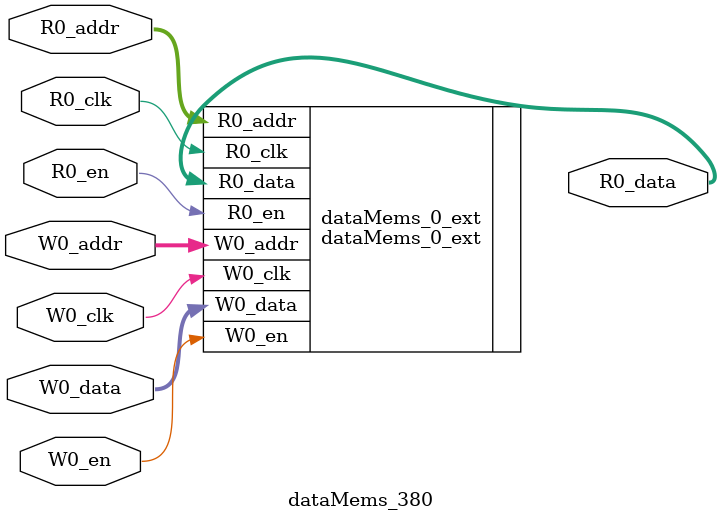
<source format=sv>
`ifndef RANDOMIZE
  `ifdef RANDOMIZE_REG_INIT
    `define RANDOMIZE
  `endif // RANDOMIZE_REG_INIT
`endif // not def RANDOMIZE
`ifndef RANDOMIZE
  `ifdef RANDOMIZE_MEM_INIT
    `define RANDOMIZE
  `endif // RANDOMIZE_MEM_INIT
`endif // not def RANDOMIZE

`ifndef RANDOM
  `define RANDOM $random
`endif // not def RANDOM

// Users can define 'PRINTF_COND' to add an extra gate to prints.
`ifndef PRINTF_COND_
  `ifdef PRINTF_COND
    `define PRINTF_COND_ (`PRINTF_COND)
  `else  // PRINTF_COND
    `define PRINTF_COND_ 1
  `endif // PRINTF_COND
`endif // not def PRINTF_COND_

// Users can define 'ASSERT_VERBOSE_COND' to add an extra gate to assert error printing.
`ifndef ASSERT_VERBOSE_COND_
  `ifdef ASSERT_VERBOSE_COND
    `define ASSERT_VERBOSE_COND_ (`ASSERT_VERBOSE_COND)
  `else  // ASSERT_VERBOSE_COND
    `define ASSERT_VERBOSE_COND_ 1
  `endif // ASSERT_VERBOSE_COND
`endif // not def ASSERT_VERBOSE_COND_

// Users can define 'STOP_COND' to add an extra gate to stop conditions.
`ifndef STOP_COND_
  `ifdef STOP_COND
    `define STOP_COND_ (`STOP_COND)
  `else  // STOP_COND
    `define STOP_COND_ 1
  `endif // STOP_COND
`endif // not def STOP_COND_

// Users can define INIT_RANDOM as general code that gets injected into the
// initializer block for modules with registers.
`ifndef INIT_RANDOM
  `define INIT_RANDOM
`endif // not def INIT_RANDOM

// If using random initialization, you can also define RANDOMIZE_DELAY to
// customize the delay used, otherwise 0.002 is used.
`ifndef RANDOMIZE_DELAY
  `define RANDOMIZE_DELAY 0.002
`endif // not def RANDOMIZE_DELAY

// Define INIT_RANDOM_PROLOG_ for use in our modules below.
`ifndef INIT_RANDOM_PROLOG_
  `ifdef RANDOMIZE
    `ifdef VERILATOR
      `define INIT_RANDOM_PROLOG_ `INIT_RANDOM
    `else  // VERILATOR
      `define INIT_RANDOM_PROLOG_ `INIT_RANDOM #`RANDOMIZE_DELAY begin end
    `endif // VERILATOR
  `else  // RANDOMIZE
    `define INIT_RANDOM_PROLOG_
  `endif // RANDOMIZE
`endif // not def INIT_RANDOM_PROLOG_

// Include register initializers in init blocks unless synthesis is set
`ifndef SYNTHESIS
  `ifndef ENABLE_INITIAL_REG_
    `define ENABLE_INITIAL_REG_
  `endif // not def ENABLE_INITIAL_REG_
`endif // not def SYNTHESIS

// Include rmemory initializers in init blocks unless synthesis is set
`ifndef SYNTHESIS
  `ifndef ENABLE_INITIAL_MEM_
    `define ENABLE_INITIAL_MEM_
  `endif // not def ENABLE_INITIAL_MEM_
`endif // not def SYNTHESIS

module dataMems_380(	// @[generators/ara/src/main/scala/UnsafeAXI4ToTL.scala:365:62]
  input  [4:0]  R0_addr,
  input         R0_en,
  input         R0_clk,
  output [66:0] R0_data,
  input  [4:0]  W0_addr,
  input         W0_en,
  input         W0_clk,
  input  [66:0] W0_data
);

  dataMems_0_ext dataMems_0_ext (	// @[generators/ara/src/main/scala/UnsafeAXI4ToTL.scala:365:62]
    .R0_addr (R0_addr),
    .R0_en   (R0_en),
    .R0_clk  (R0_clk),
    .R0_data (R0_data),
    .W0_addr (W0_addr),
    .W0_en   (W0_en),
    .W0_clk  (W0_clk),
    .W0_data (W0_data)
  );
endmodule


</source>
